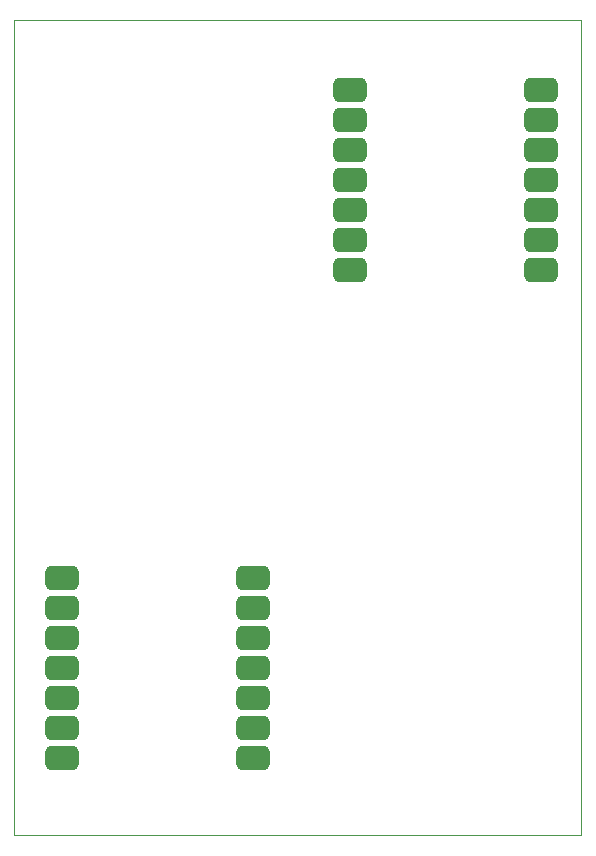
<source format=gbr>
%TF.GenerationSoftware,KiCad,Pcbnew,9.0.2*%
%TF.CreationDate,2025-07-01T01:27:05-05:00*%
%TF.ProjectId,MagMesh,4d61674d-6573-4682-9e6b-696361645f70,rev?*%
%TF.SameCoordinates,Original*%
%TF.FileFunction,Soldermask,Top*%
%TF.FilePolarity,Negative*%
%FSLAX46Y46*%
G04 Gerber Fmt 4.6, Leading zero omitted, Abs format (unit mm)*
G04 Created by KiCad (PCBNEW 9.0.2) date 2025-07-01 01:27:05*
%MOMM*%
%LPD*%
G01*
G04 APERTURE LIST*
G04 Aperture macros list*
%AMRoundRect*
0 Rectangle with rounded corners*
0 $1 Rounding radius*
0 $2 $3 $4 $5 $6 $7 $8 $9 X,Y pos of 4 corners*
0 Add a 4 corners polygon primitive as box body*
4,1,4,$2,$3,$4,$5,$6,$7,$8,$9,$2,$3,0*
0 Add four circle primitives for the rounded corners*
1,1,$1+$1,$2,$3*
1,1,$1+$1,$4,$5*
1,1,$1+$1,$6,$7*
1,1,$1+$1,$8,$9*
0 Add four rect primitives between the rounded corners*
20,1,$1+$1,$2,$3,$4,$5,0*
20,1,$1+$1,$4,$5,$6,$7,0*
20,1,$1+$1,$6,$7,$8,$9,0*
20,1,$1+$1,$8,$9,$2,$3,0*%
G04 Aperture macros list end*
%ADD10RoundRect,0.525400X-0.900400X-0.525400X0.900400X-0.525400X0.900400X0.525400X-0.900400X0.525400X0*%
%TA.AperFunction,Profile*%
%ADD11C,0.050000*%
%TD*%
G04 APERTURE END LIST*
D10*
%TO.C,U1*%
X182890000Y-73880000D03*
X182890000Y-76420000D03*
X182890000Y-78960000D03*
X182890000Y-81500000D03*
X182890000Y-84040000D03*
X182890000Y-86580000D03*
X182890000Y-89120000D03*
X199055000Y-89120000D03*
X199055000Y-86580000D03*
X199055000Y-84040000D03*
X199055000Y-81500000D03*
X199055000Y-78960000D03*
X199055000Y-76420000D03*
X199055000Y-73880000D03*
%TD*%
%TO.C,U2*%
X158504500Y-115191800D03*
X158504500Y-117731800D03*
X158504500Y-120271800D03*
X158504500Y-122811800D03*
X158504500Y-125351800D03*
X158504500Y-127891800D03*
X158504500Y-130431800D03*
X174669500Y-130431800D03*
X174669500Y-127891800D03*
X174669500Y-125351800D03*
X174669500Y-122811800D03*
X174669500Y-120271800D03*
X174669500Y-117731800D03*
X174669500Y-115191800D03*
%TD*%
D11*
X154500000Y-68000000D02*
X202500000Y-68000000D01*
X202500000Y-137000000D01*
X154500000Y-137000000D01*
X154500000Y-68000000D01*
M02*

</source>
